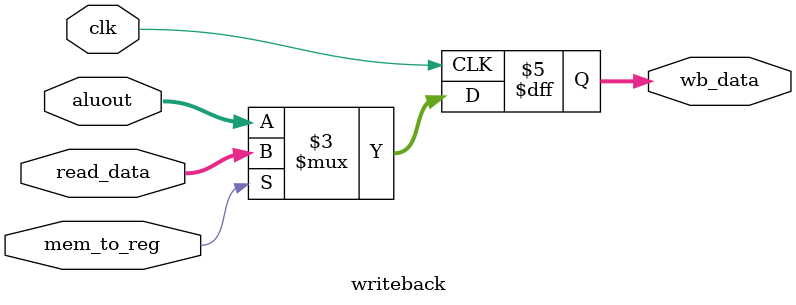
<source format=sv>
module writeback(
    input clk, 
    input [31:0] aluout,         // ALU result
    input [31:0] read_data,      // Data read from memory
    input mem_to_reg,            // Control signal: 1 = memory data, 0 = ALU result
    output reg [31:0] wb_data    // Data to write back to the register file
);
    always @(posedge clk) begin
        if (mem_to_reg) 
            wb_data = read_data; // Data from memory
        else 
            wb_data = aluout;    // Data from ALU
    end
endmodule

</source>
